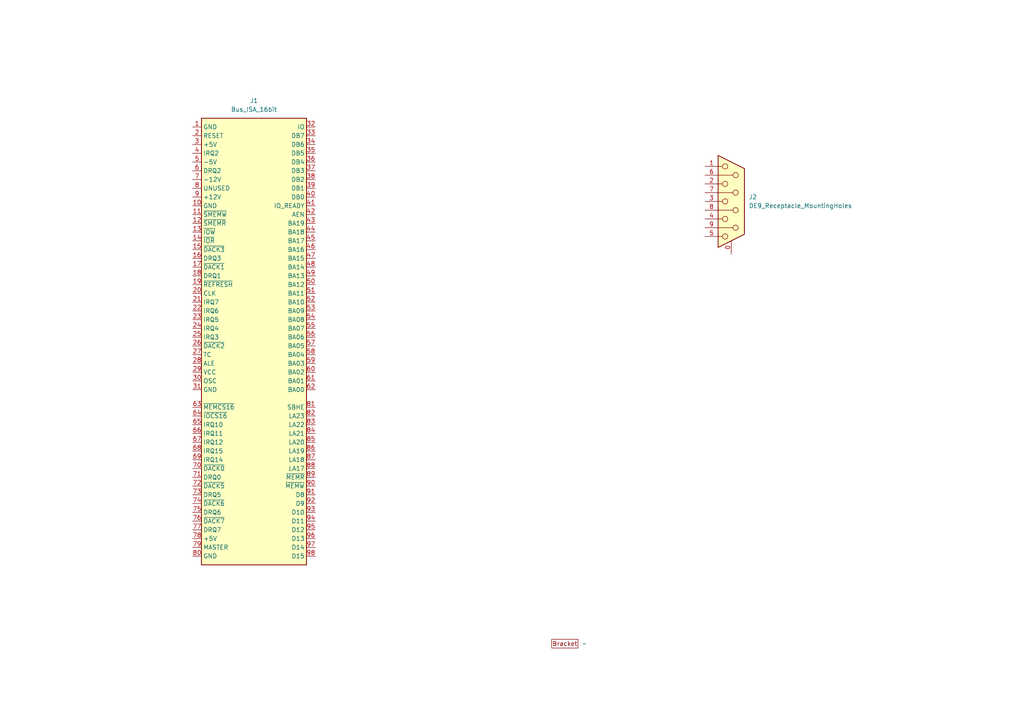
<source format=kicad_sch>
(kicad_sch (version 20231120) (generator "eeschema") (generator_version "8.0")
  (paper "A4")
  (lib_symbols
    (symbol "Connector:Bus_ISA_16bit"
      (property "Reference" "J" (at 0 67.945 0))
      (property "Value" "Bus_ISA_16bit" (at 0 -65.405 0))
      (symbol "Bus_ISA_16bit_0_1"
        (rectangle (start -15.24 -63.5) (end 15.24 66.04) (stroke (width 0.254)) (fill (type background)))
      )
      (symbol "Bus_ISA_16bit_1_1"
        (pin power_in line (at -17.78 63.5 0) (length 2.54) (name "GND") (number "1"))
        (pin power_in line (at -17.78 40.64 0) (length 2.54) (name "GND") (number "10"))
        (pin output line (at -17.78 38.1 0) (length 2.54) (name "~{SMEMW}") (number "11"))
        (pin output line (at -17.78 35.56 0) (length 2.54) (name "~{SMEMR}") (number "12"))
        (pin output line (at -17.78 33.02 0) (length 2.54) (name "~{IOW}") (number "13"))
        (pin output line (at -17.78 30.48 0) (length 2.54) (name "~{IOR}") (number "14"))
        (pin passive line (at -17.78 27.94 0) (length 2.54) (name "~{DACK3}") (number "15"))
        (pin passive line (at -17.78 25.4 0) (length 2.54) (name "DRQ3") (number "16"))
        (pin passive line (at -17.78 22.86 0) (length 2.54) (name "~{DACK1}") (number "17"))
        (pin passive line (at -17.78 20.32 0) (length 2.54) (name "DRQ1") (number "18"))
        (pin passive line (at -17.78 17.78 0) (length 2.54) (name "~{REFRESH}") (number "19"))
        (pin output line (at -17.78 60.96 0) (length 2.54) (name "RESET") (number "2"))
        (pin output line (at -17.78 15.24 0) (length 2.54) (name "CLK") (number "20"))
        (pin passive line (at -17.78 12.7 0) (length 2.54) (name "IRQ7") (number "21"))
        (pin passive line (at -17.78 10.16 0) (length 2.54) (name "IRQ6") (number "22"))
        (pin passive line (at -17.78 7.62 0) (length 2.54) (name "IRQ5") (number "23"))
        (pin passive line (at -17.78 5.08 0) (length 2.54) (name "IRQ4") (number "24"))
        (pin passive line (at -17.78 2.54 0) (length 2.54) (name "IRQ3") (number "25"))
        (pin passive line (at -17.78 0 0) (length 2.54) (name "~{DACK2}") (number "26"))
        (pin passive line (at -17.78 -2.54 0) (length 2.54) (name "TC") (number "27"))
        (pin output line (at -17.78 -5.08 0) (length 2.54) (name "ALE") (number "28"))
        (pin power_in line (at -17.78 -7.62 0) (length 2.54) (name "VCC") (number "29"))
        (pin power_in line (at -17.78 58.42 0) (length 2.54) (name "+5V") (number "3"))
        (pin output line (at -17.78 -10.16 0) (length 2.54) (name "OSC") (number "30"))
        (pin power_in line (at -17.78 -12.7 0) (length 2.54) (name "GND") (number "31"))
        (pin passive line (at 17.78 63.5 180) (length 2.54) (name "IO") (number "32"))
        (pin tri_state line (at 17.78 60.96 180) (length 2.54) (name "DB7") (number "33"))
        (pin tri_state line (at 17.78 58.42 180) (length 2.54) (name "DB6") (number "34"))
        (pin tri_state line (at 17.78 55.88 180) (length 2.54) (name "DB5") (number "35"))
        (pin tri_state line (at 17.78 53.34 180) (length 2.54) (name "DB4") (number "36"))
        (pin tri_state line (at 17.78 50.8 180) (length 2.54) (name "DB3") (number "37"))
        (pin tri_state line (at 17.78 48.26 180) (length 2.54) (name "DB2") (number "38"))
        (pin tri_state line (at 17.78 45.72 180) (length 2.54) (name "DB1") (number "39"))
        (pin passive line (at -17.78 55.88 0) (length 2.54) (name "IRQ2") (number "4"))
        (pin tri_state line (at 17.78 43.18 180) (length 2.54) (name "DB0") (number "40"))
        (pin passive line (at 17.78 40.64 180) (length 2.54) (name "IO_READY") (number "41"))
        (pin output line (at 17.78 38.1 180) (length 2.54) (name "AEN") (number "42"))
        (pin tri_state line (at 17.78 35.56 180) (length 2.54) (name "BA19") (number "43"))
        (pin tri_state line (at 17.78 33.02 180) (length 2.54) (name "BA18") (number "44"))
        (pin tri_state line (at 17.78 30.48 180) (length 2.54) (name "BA17") (number "45"))
        (pin tri_state line (at 17.78 27.94 180) (length 2.54) (name "BA16") (number "46"))
        (pin tri_state line (at 17.78 25.4 180) (length 2.54) (name "BA15") (number "47"))
        (pin tri_state line (at 17.78 22.86 180) (length 2.54) (name "BA14") (number "48"))
        (pin tri_state line (at 17.78 20.32 180) (length 2.54) (name "BA13") (number "49"))
        (pin power_in line (at -17.78 53.34 0) (length 2.54) (name "-5V") (number "5"))
        (pin tri_state line (at 17.78 17.78 180) (length 2.54) (name "BA12") (number "50"))
        (pin tri_state line (at 17.78 15.24 180) (length 2.54) (name "BA11") (number "51"))
        (pin tri_state line (at 17.78 12.7 180) (length 2.54) (name "BA10") (number "52"))
        (pin tri_state line (at 17.78 10.16 180) (length 2.54) (name "BA09") (number "53"))
        (pin tri_state line (at 17.78 7.62 180) (length 2.54) (name "BA08") (number "54"))
        (pin tri_state line (at 17.78 5.08 180) (length 2.54) (name "BA07") (number "55"))
        (pin tri_state line (at 17.78 2.54 180) (length 2.54) (name "BA06") (number "56"))
        (pin tri_state line (at 17.78 0 180) (length 2.54) (name "BA05") (number "57"))
        (pin tri_state line (at 17.78 -2.54 180) (length 2.54) (name "BA04") (number "58"))
        (pin tri_state line (at 17.78 -5.08 180) (length 2.54) (name "BA03") (number "59"))
        (pin passive line (at -17.78 50.8 0) (length 2.54) (name "DRQ2") (number "6"))
        (pin tri_state line (at 17.78 -7.62 180) (length 2.54) (name "BA02") (number "60"))
        (pin tri_state line (at 17.78 -10.16 180) (length 2.54) (name "BA01") (number "61"))
        (pin tri_state line (at 17.78 -12.7 180) (length 2.54) (name "BA00") (number "62"))
        (pin passive line (at -17.78 -17.78 0) (length 2.54) (name "~{MEMCS16}") (number "63"))
        (pin passive line (at -17.78 -20.32 0) (length 2.54) (name "~{IOCS16}") (number "64"))
        (pin passive line (at -17.78 -22.86 0) (length 2.54) (name "IRQ10") (number "65"))
        (pin passive line (at -17.78 -25.4 0) (length 2.54) (name "IRQ11") (number "66"))
        (pin passive line (at -17.78 -27.94 0) (length 2.54) (name "IRQ12") (number "67"))
        (pin passive line (at -17.78 -30.48 0) (length 2.54) (name "IRQ15") (number "68"))
        (pin passive line (at -17.78 -33.02 0) (length 2.54) (name "IRQ14") (number "69"))
        (pin power_in line (at -17.78 48.26 0) (length 2.54) (name "-12V") (number "7"))
        (pin output line (at -17.78 -35.56 0) (length 2.54) (name "~{DACK0}") (number "70"))
        (pin passive line (at -17.78 -38.1 0) (length 2.54) (name "DRQ0") (number "71"))
        (pin output line (at -17.78 -40.64 0) (length 2.54) (name "~{DACK5}") (number "72"))
        (pin passive line (at -17.78 -43.18 0) (length 2.54) (name "DRQ5") (number "73"))
        (pin output line (at -17.78 -45.72 0) (length 2.54) (name "~{DACK6}") (number "74"))
        (pin passive line (at -17.78 -48.26 0) (length 2.54) (name "DRQ6") (number "75"))
        (pin output line (at -17.78 -50.8 0) (length 2.54) (name "~{DACK7}") (number "76"))
        (pin passive line (at -17.78 -53.34 0) (length 2.54) (name "DRQ7") (number "77"))
        (pin power_in line (at -17.78 -55.88 0) (length 2.54) (name "+5V") (number "78"))
        (pin passive line (at -17.78 -58.42 0) (length 2.54) (name "MASTER") (number "79"))
        (pin passive line (at -17.78 45.72 0) (length 2.54) (name "UNUSED") (number "8"))
        (pin power_in line (at -17.78 -60.96 0) (length 2.54) (name "GND") (number "80"))
        (pin passive line (at 17.78 -17.78 180) (length 2.54) (name "SBHE") (number "81"))
        (pin passive line (at 17.78 -20.32 180) (length 2.54) (name "LA23") (number "82"))
        (pin passive line (at 17.78 -22.86 180) (length 2.54) (name "LA22") (number "83"))
        (pin passive line (at 17.78 -25.4 180) (length 2.54) (name "LA21") (number "84"))
        (pin passive line (at 17.78 -27.94 180) (length 2.54) (name "LA20") (number "85"))
        (pin passive line (at 17.78 -30.48 180) (length 2.54) (name "LA19") (number "86"))
        (pin passive line (at 17.78 -33.02 180) (length 2.54) (name "LA18") (number "87"))
        (pin passive line (at 17.78 -35.56 180) (length 2.54) (name "LA17") (number "88"))
        (pin output line (at 17.78 -38.1 180) (length 2.54) (name "~{MEMR}") (number "89"))
        (pin power_in line (at -17.78 43.18 0) (length 2.54) (name "+12V") (number "9"))
        (pin output line (at 17.78 -40.64 180) (length 2.54) (name "~{MEMW}") (number "90"))
        (pin tri_state line (at 17.78 -43.18 180) (length 2.54) (name "D8") (number "91"))
        (pin tri_state line (at 17.78 -45.72 180) (length 2.54) (name "D9") (number "92"))
        (pin tri_state line (at 17.78 -48.26 180) (length 2.54) (name "D10") (number "93"))
        (pin tri_state line (at 17.78 -50.8 180) (length 2.54) (name "D11") (number "94"))
        (pin tri_state line (at 17.78 -53.34 180) (length 2.54) (name "D12") (number "95"))
        (pin tri_state line (at 17.78 -55.88 180) (length 2.54) (name "D13") (number "96"))
        (pin tri_state line (at 17.78 -58.42 180) (length 2.54) (name "D14") (number "97"))
        (pin tri_state line (at 17.78 -60.96 180) (length 2.54) (name "D15") (number "98"))
      )
    )
    (symbol "Connector:DE9_Receptacle_MountingHoles" (pin_names (offset 1.016) hide)
      (property "Reference" "J" (at 0 16.51 0))
      (property "Value" "DE9_Receptacle_MountingHoles" (at 0 14.605 0))
      (symbol "DE9_Receptacle_MountingHoles_0_1"
        (circle (center -1.778 -10.16) (radius 0.762))
        (circle (center -1.778 -5.08) (radius 0.762))
        (circle (center -1.778 0) (radius 0.762))
        (circle (center -1.778 5.08) (radius 0.762))
        (circle (center -1.778 10.16) (radius 0.762))
        (polyline (pts (xy -3.81 -10.16) (xy -2.54 -10.16)))
        (polyline (pts (xy -3.81 -7.62) (xy 0.508 -7.62)))
        (polyline (pts (xy -3.81 -5.08) (xy -2.54 -5.08)))
        (polyline (pts (xy -3.81 -2.54) (xy 0.508 -2.54)))
        (polyline (pts (xy -3.81 0) (xy -2.54 0)))
        (polyline (pts (xy -3.81 2.54) (xy 0.508 2.54)))
        (polyline (pts (xy -3.81 5.08) (xy -2.54 5.08)))
        (polyline (pts (xy -3.81 7.62) (xy 0.508 7.62)))
        (polyline (pts (xy -3.81 10.16) (xy -2.54 10.16)))
        (polyline (pts (xy -3.81 13.335) (xy -3.81 -13.335) (xy 3.81 -9.525) (xy 3.81 9.525) (xy -3.81 13.335)) (stroke (width 0.254)) (fill (type background)))
        (circle (center 1.27 -7.62) (radius 0.762))
        (circle (center 1.27 -2.54) (radius 0.762))
        (circle (center 1.27 2.54) (radius 0.762))
        (circle (center 1.27 7.62) (radius 0.762))
      )
      (symbol "DE9_Receptacle_MountingHoles_1_1"
        (pin passive line (at 0 -15.24 90) (length 3.81) (name "PAD") (number "0"))
        (pin passive line (at -7.62 10.16 0) (length 3.81) (name "1") (number "1"))
        (pin passive line (at -7.62 5.08 0) (length 3.81) (name "2") (number "2"))
        (pin passive line (at -7.62 0 0) (length 3.81) (name "3") (number "3"))
        (pin passive line (at -7.62 -5.08 0) (length 3.81) (name "4") (number "4"))
        (pin passive line (at -7.62 -10.16 0) (length 3.81) (name "5") (number "5"))
        (pin passive line (at -7.62 7.62 0) (length 3.81) (name "6") (number "6"))
        (pin passive line (at -7.62 2.54 0) (length 3.81) (name "7") (number "7"))
        (pin passive line (at -7.62 -2.54 0) (length 3.81) (name "8") (number "8"))
        (pin passive line (at -7.62 -7.62 0) (length 3.81) (name "9") (number "9"))
      )
    )
    (symbol "pc-parts:9202"
      (symbol "9202_1_1"
        (rectangle (start -3.81 1.27) (end 3.81 -1.27))
        (text "Bracket" (at 0 0 0) (effects (font (size 1.27 1.27))))
      )
    )
  )
  (symbol (lib_id "pc-parts:9202") (at 163.83 186.69 0) (unit 1)
    (property "Reference" "BRACKET1" (effects (hide yes)))
    (property "Value" "~" (at 168.91 186.69 0) (effects (justify left)))
    (property "Footprint" "pc-parts:PC_BRACKET_ISA_KEYSTONE_9200_Rev1_1" (effects (hide yes)))
  )
  (symbol (lib_id "Connector:DE9_Receptacle_MountingHoles") (at 212.09 58.42 0) (unit 1)
    (property "Reference" "J2" (at 217.17 57.1499 0) (effects (justify left)))
    (property "Value" "DE9_Receptacle_MountingHoles" (at 217.17 59.6899 0) (effects (justify left)))
    (property "Footprint" "Connector_Dsub:DSUB-9_Female_Horizontal_P2.77x2.84mm_EdgePinOffset4.94mm_Housed_MountingHolesOffset4.94mm" (effects (hide yes)))
    (property "Description" "9-pin female receptacle socket D-SUB connector, Mounting Hole" (effects (hide yes)))
  )
  (symbol (lib_id "Connector:Bus_ISA_16bit") (at 73.66 100.33 0) (unit 1)
    (property "Reference" "J1" (at 73.66 29.21 0))
    (property "Value" "Bus_ISA_16bit" (at 73.66 31.75 0))
    (property "Footprint" "Connector_PCBEdge:BUS_AT" (effects (hide yes)))
    (property "Datasheet" "https://en.wikipedia.org/wiki/Industry_Standard_Architecture" (effects (hide yes)))
    (property "Description" "16-bit ISA-AT bus connector" (effects (hide yes)))
  )
)
</source>
